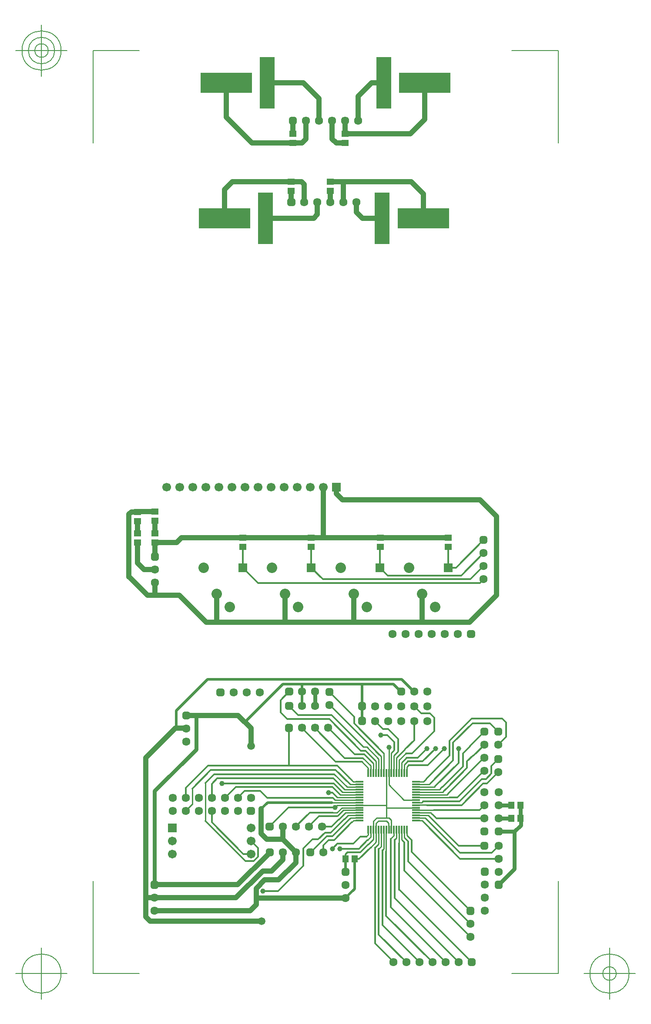
<source format=gbr>
G04 Generated by Ultiboard 10.1 *
%FSLAX25Y25*%
%MOIN*%

%ADD10C,0.03937*%
%ADD11C,0.02953*%
%ADD12C,0.01496*%
%ADD13C,0.01969*%
%ADD14C,0.01063*%
%ADD15C,0.01024*%
%ADD16C,0.00500*%
%ADD17C,0.03937*%
%ADD18C,0.05906*%
%ADD19C,0.06334*%
%ADD20R,0.02083X0.02083*%
%ADD21C,0.03917*%
%ADD22C,0.06693*%
%ADD23R,0.06693X0.06693*%
%ADD24R,0.05709X0.04528*%
%ADD25R,0.06700X0.06700*%
%ADD26C,0.06700*%
%ADD27R,0.06299X0.01181*%
%ADD28R,0.01181X0.06299*%
%ADD29R,0.04528X0.05709*%
%ADD30C,0.08000*%
%ADD31R,0.07000X0.07000*%
%ADD32R,0.39370X0.15748*%
%ADD33R,0.11811X0.39370*%


G04 ColorRGB 00FF00 for the following layer *
%LNCopper Top*%
%LPD*%
%FSLAX25Y25*%
%MOIN*%
G54D10*
X50Y312904D02*
X16151Y312904D01*
X-500Y302204D02*
X-500Y312922D01*
X-6239Y272631D02*
X18247Y272631D01*
X-500Y282204D02*
X-500Y272800D01*
X-500Y272800D02*
X-669Y272631D01*
X-13702Y336623D02*
X-618Y336623D01*
X-500Y329497D02*
X-500Y320009D01*
X-500Y292204D02*
X-8858Y292204D01*
X-700Y31470D02*
X72508Y31470D01*
X-787Y41181D02*
X-7463Y41181D01*
X0Y41181D02*
X61465Y41181D01*
X-4104Y23336D02*
X81175Y23336D01*
X0Y51181D02*
X62919Y51181D01*
X15320Y171091D02*
X-7581Y148191D01*
X-7581Y26812D02*
X-7581Y148191D01*
X-4104Y23336D02*
X-7581Y26812D01*
X-20343Y286635D02*
X-20343Y334609D01*
X-13912Y297258D02*
X-13912Y312988D01*
X-6239Y272631D02*
X-20293Y286685D01*
X-8858Y292204D02*
X-13912Y297258D01*
X-18578Y336373D02*
X-13952Y336373D01*
X-13952Y336373D02*
X-13702Y336623D01*
X-13768Y320219D02*
X-13768Y329143D01*
X-20343Y334609D02*
X-18578Y336373D01*
X261043Y332972D02*
X248454Y345560D01*
X240549Y252113D02*
X261043Y272607D01*
X38765Y252113D02*
X240549Y252113D01*
X151873Y273746D02*
X151873Y252231D01*
X46833Y273782D02*
X46833Y252271D01*
X99314Y273782D02*
X99314Y252310D01*
X204314Y273785D02*
X204314Y252153D01*
X18247Y272631D02*
X38765Y252113D01*
X145333Y40845D02*
X77182Y40845D01*
X82116Y61832D02*
X61465Y41181D01*
X86391Y74653D02*
X62919Y51181D01*
X107430Y68125D02*
X94235Y54930D01*
X88919Y61832D02*
X82116Y61832D01*
X97402Y70315D02*
X88919Y61832D01*
X94235Y54930D02*
X83604Y54930D01*
X72508Y31470D02*
X77082Y36045D01*
X83604Y54930D02*
X77082Y48409D01*
X77082Y36045D02*
X77082Y48409D01*
X97421Y85965D02*
X85235Y85965D01*
X96914Y76020D02*
X97316Y76023D01*
X97362Y95766D02*
X97362Y86024D01*
X97362Y86024D02*
X107402Y75984D01*
X97402Y75984D02*
X97402Y70315D01*
X80924Y109252D02*
X80924Y90276D01*
X85235Y85965D02*
X80924Y90276D01*
X107430Y76190D02*
X107430Y68125D01*
X73071Y170846D02*
X63283Y180634D01*
X23595Y180634D02*
X63283Y180634D01*
X24245Y170934D02*
X16304Y170934D01*
X73071Y157244D02*
X73071Y170846D01*
X66960Y316798D02*
X224235Y316798D01*
X128548Y355248D02*
X128548Y316798D01*
X19967Y316720D02*
X66881Y316720D01*
X16151Y312904D02*
X19967Y316720D01*
X66881Y316720D02*
X66960Y316798D01*
X143287Y345560D02*
X248454Y345560D01*
X151815Y273803D02*
X151873Y273746D01*
X138487Y350263D02*
X143172Y345578D01*
X138487Y355230D02*
X138487Y350263D01*
X138526Y355270D02*
X138487Y355230D01*
X261043Y272607D02*
X261043Y332972D01*
X125192Y652678D02*
X113152Y664718D01*
X125192Y635596D02*
X125192Y652678D01*
X123987Y563987D02*
X121161Y561161D01*
X123987Y573366D02*
X123987Y563987D01*
X105192Y635596D02*
X105192Y625635D01*
X73893Y618549D02*
X54090Y638352D01*
X115192Y621541D02*
X115192Y635596D01*
X58976Y589134D02*
X111772Y589134D01*
X52846Y583003D02*
X52846Y561161D01*
X58976Y589134D02*
X52846Y583003D01*
X121161Y561161D02*
X84342Y561161D01*
X73893Y618549D02*
X112200Y618549D01*
X111772Y589134D02*
X113987Y586918D01*
X103987Y573366D02*
X103987Y582036D01*
X113987Y573366D02*
X113987Y586918D01*
X115192Y621541D02*
X112200Y618549D01*
X54090Y638352D02*
X54090Y664718D01*
X113152Y664718D02*
X85586Y664718D01*
X135192Y635596D02*
X135192Y621738D01*
X145192Y635596D02*
X145192Y625675D01*
X195174Y625635D02*
X206294Y636756D01*
X145231Y625635D02*
X195174Y625635D01*
X133937Y589134D02*
X195748Y589134D01*
X153987Y565619D02*
X158445Y561161D01*
X153987Y573366D02*
X153987Y565619D01*
X158445Y561161D02*
X173554Y561161D01*
X143987Y573366D02*
X143987Y589083D01*
X133987Y573366D02*
X133987Y581997D01*
X138381Y618549D02*
X145231Y618549D01*
X135192Y621738D02*
X138381Y618549D01*
X205050Y579831D02*
X205050Y561161D01*
X195748Y589134D02*
X205050Y579831D01*
X155242Y654338D02*
X165622Y664718D01*
X155242Y635646D02*
X155242Y654338D01*
X165622Y664718D02*
X174798Y664718D01*
X206294Y636756D02*
X206294Y664718D01*
G54D11*
X-750Y51931D02*
X0Y51181D01*
X-750Y122938D02*
X31140Y154828D01*
X-750Y51931D02*
X-750Y122938D01*
X31140Y154828D02*
X31140Y180497D01*
X122323Y187915D02*
X122323Y198958D01*
X274882Y63313D02*
X274882Y91969D01*
X262756Y51187D02*
X274882Y63313D01*
X279764Y96831D02*
X274902Y91969D01*
X274902Y91969D02*
X262760Y91969D01*
X279764Y101772D02*
X279764Y96831D01*
X272480Y101890D02*
X262622Y101890D01*
X272480Y112008D02*
X262800Y112008D01*
X279567Y111929D02*
X279567Y101969D01*
G54D12*
X-7463Y41181D02*
X-7581Y41063D01*
X-13912Y320074D02*
X-13768Y320219D01*
X242126Y-8071D02*
X186525Y47530D01*
X183110Y40945D02*
X232126Y-8071D01*
X180202Y33853D02*
X222126Y-8071D01*
X176667Y27388D02*
X212126Y-8071D01*
X168167Y6168D02*
X182126Y-7792D01*
X170962Y13093D02*
X192126Y-8071D01*
X173857Y20198D02*
X202126Y-8071D01*
X182126Y-7792D02*
X182126Y-8071D01*
X215111Y101970D02*
X251940Y101970D01*
X248369Y282074D02*
X251125Y284830D01*
X251243Y294942D02*
X241170Y284869D01*
X251243Y304942D02*
X234052Y287751D01*
X251233Y314902D02*
X230097Y293767D01*
X257506Y75695D02*
X233084Y75695D01*
X251849Y111970D02*
X248067Y108189D01*
X251940Y111970D02*
X251849Y111970D01*
X251810Y148562D02*
X224114Y120867D01*
X243623Y150003D02*
X252382Y158762D01*
X240811Y157391D02*
X252432Y169012D01*
X265360Y178347D02*
X242074Y178347D01*
X256269Y174740D02*
X242735Y174740D01*
X251921Y80937D02*
X232192Y80937D01*
X250872Y128645D02*
X234353Y112126D01*
X250872Y128645D02*
X253793Y128645D01*
X249929Y132128D02*
X253031Y132128D01*
X257205Y136302D02*
X253031Y132128D01*
X262953Y71142D02*
X233255Y71142D01*
X249929Y132128D02*
X232934Y115133D01*
X253793Y128645D02*
X262589Y137441D01*
X251614Y138425D02*
X231260Y118071D01*
X251732Y138425D02*
X251614Y138425D01*
X137983Y139036D02*
X42317Y139036D01*
X44966Y135824D02*
X136732Y135824D01*
X136126Y132762D02*
X47297Y132762D01*
X50797Y128750D02*
X136398Y128750D01*
X137402Y110236D02*
X101726Y110236D01*
X137973Y145229D02*
X112045Y171157D01*
X144903Y148149D02*
X121795Y171257D01*
X100866Y177953D02*
X133053Y177953D01*
X131259Y88340D02*
X118810Y75891D01*
X85512Y117717D02*
X135724Y117717D01*
X135469Y125888D02*
X61422Y125888D01*
X124631Y85964D02*
X129802Y91135D01*
X40114Y142299D02*
X139136Y142299D01*
X124631Y85964D02*
X120140Y85964D01*
X139192Y103623D02*
X125319Y103623D01*
X125319Y103623D02*
X117262Y95566D01*
X134967Y95766D02*
X127362Y95766D01*
X109344Y181041D02*
X134825Y181041D01*
X135871Y106418D02*
X118037Y106418D01*
X28050Y124769D02*
X42317Y139036D01*
X40114Y142299D02*
X23083Y125268D01*
X23083Y117650D02*
X23083Y125268D01*
X43033Y128498D02*
X43033Y117398D01*
X61422Y125888D02*
X53133Y117598D01*
X68327Y123092D02*
X62833Y117598D01*
X38060Y99989D02*
X68861Y69188D01*
X67213Y74789D02*
X43083Y98919D01*
X23031Y107598D02*
X28050Y112617D01*
X43083Y98919D02*
X43083Y107160D01*
X113095Y65517D02*
X93827Y46248D01*
X82312Y46248D02*
X93827Y46248D01*
X101726Y110236D02*
X87362Y95872D01*
X87362Y95872D02*
X87362Y95772D01*
X78639Y72580D02*
X75247Y69188D01*
X78639Y79326D02*
X78639Y72580D01*
X78639Y79326D02*
X73161Y84803D01*
X75247Y69188D02*
X68861Y69188D01*
X67213Y74789D02*
X73116Y74789D01*
X80136Y123092D02*
X85512Y117717D01*
X68327Y123092D02*
X80136Y123092D01*
X118037Y106418D02*
X107262Y95643D01*
X120140Y85964D02*
X113095Y78920D01*
X113095Y65517D02*
X113095Y78920D01*
X118810Y75891D02*
X118360Y75891D01*
X47297Y132762D02*
X43033Y128498D01*
X38060Y128918D02*
X44966Y135824D01*
X95906Y192441D02*
X95906Y182913D01*
X102323Y188062D02*
X109344Y181041D01*
X95906Y182913D02*
X100866Y177953D01*
X102344Y170176D02*
X102344Y142399D01*
X102344Y170176D02*
X102244Y170276D01*
X102323Y198859D02*
X95906Y192441D01*
X222746Y124735D02*
X220984Y122974D01*
X238583Y140572D02*
X222805Y124794D01*
X219606Y125945D02*
X218543Y124882D01*
X235472Y141811D02*
X219724Y126063D01*
X232194Y144474D02*
X214291Y126571D01*
X190561Y61919D02*
X190561Y83545D01*
X241299Y11181D02*
X190561Y61919D01*
X186614Y47441D02*
X186614Y83039D01*
X183110Y85660D02*
X183110Y40945D01*
X180202Y86498D02*
X180202Y33853D01*
X176667Y27388D02*
X176667Y76683D01*
X168167Y79523D02*
X168167Y6168D01*
X170962Y78552D02*
X170962Y13093D01*
X173857Y77724D02*
X173857Y20198D01*
X155941Y70984D02*
X164685Y79728D01*
X155746Y78800D02*
X162296Y85350D01*
X156844Y88145D02*
X161474Y88145D01*
X151371Y82672D02*
X156844Y88145D01*
X156948Y76005D02*
X162898Y81955D01*
X146951Y76005D02*
X156948Y76005D01*
X141201Y78800D02*
X155746Y78800D01*
X152520Y70984D02*
X155941Y70984D01*
X134290Y91135D02*
X144535Y101381D01*
X134967Y95766D02*
X140143Y100941D01*
X148753Y101503D02*
X135591Y88340D01*
X136952Y85498D02*
X150326Y98873D01*
X141201Y78800D02*
X141024Y78622D01*
X139333Y82672D02*
X151371Y82672D01*
X128465Y75984D02*
X128465Y81442D01*
X135394Y78733D02*
X139333Y82672D01*
X135394Y78733D02*
X135394Y78583D01*
X129802Y91135D02*
X134290Y91135D01*
X135591Y88340D02*
X131259Y88340D01*
X132521Y85498D02*
X136952Y85498D01*
X128465Y81442D02*
X132521Y85498D01*
X145433Y74487D02*
X146951Y76005D01*
X145433Y70984D02*
X145433Y74487D01*
X132402Y121772D02*
X135441Y121772D01*
X150326Y98873D02*
X150326Y98948D01*
X162296Y85350D02*
X162396Y85350D01*
X241299Y21181D02*
X193356Y69124D01*
X241299Y31181D02*
X196151Y76329D01*
X233084Y75695D02*
X207209Y101570D01*
X213071Y108189D02*
X248067Y108189D01*
X232192Y80937D02*
X209841Y103287D01*
X234353Y112126D02*
X207861Y112126D01*
X232934Y115133D02*
X204983Y115133D01*
X233255Y71142D02*
X205151Y99246D01*
X193356Y69124D02*
X193356Y84482D01*
X196151Y76329D02*
X196151Y85434D01*
X215111Y101970D02*
X212042Y105040D01*
X209841Y103287D02*
X209691Y103287D01*
X231260Y118071D02*
X225207Y118071D01*
X133127Y198571D02*
X152087Y179611D01*
X133471Y188621D02*
X168877Y153215D01*
X133127Y188621D02*
X133471Y188621D01*
X158170Y145229D02*
X137973Y145229D01*
X158940Y148149D02*
X144903Y148149D01*
X159886Y150945D02*
X152608Y150945D01*
X152087Y174502D02*
X174764Y151825D01*
X157265Y153740D02*
X160818Y153740D01*
X133053Y177953D02*
X157265Y153740D01*
X134825Y181041D02*
X159331Y156535D01*
X152608Y150945D02*
X132195Y171357D01*
X139136Y142299D02*
X150582Y130853D01*
X137953Y139036D02*
X148440Y128549D01*
X152087Y179611D02*
X152087Y174502D01*
X182983Y154176D02*
X182983Y160286D01*
X185840Y162632D02*
X185840Y153342D01*
X168942Y153152D02*
X172030Y150064D01*
X177484Y165785D02*
X172584Y165785D01*
X178157Y170315D02*
X174246Y170315D01*
X174246Y170315D02*
X168080Y176480D01*
X182983Y160286D02*
X177484Y165785D01*
X185840Y162632D02*
X178157Y170315D01*
X203648Y182251D02*
X198080Y187819D01*
X225197Y149979D02*
X207403Y132185D01*
X227992Y146307D02*
X210449Y128764D01*
X208544Y142773D02*
X221120Y155349D01*
X198080Y161794D02*
X191264Y154978D01*
X213497Y168648D02*
X196675Y151826D01*
X193964Y142773D02*
X208544Y142773D01*
X204639Y145568D02*
X193062Y145568D01*
X214387Y155317D02*
X204639Y145568D01*
X207812Y155321D02*
X200855Y148364D01*
X200855Y148364D02*
X192080Y148364D01*
X191875Y151826D02*
X196675Y151826D01*
X203648Y182251D02*
X210167Y182251D01*
X198080Y176480D02*
X198080Y161794D01*
X213497Y178920D02*
X213497Y168648D01*
X210167Y182251D02*
X213497Y178920D01*
X240811Y156992D02*
X235472Y151654D01*
X240811Y157391D02*
X240811Y156992D01*
X225197Y161470D02*
X225197Y149979D01*
X227992Y159998D02*
X227992Y146307D01*
X235472Y151654D02*
X235472Y141811D01*
X232194Y155299D02*
X232194Y144474D01*
X238583Y145512D02*
X238583Y140572D01*
X243074Y150003D02*
X238583Y145512D01*
X243623Y150003D02*
X243074Y150003D01*
X242074Y178347D02*
X225197Y161470D01*
X242735Y174740D02*
X227992Y159998D01*
X78584Y282074D02*
X248369Y282074D01*
X119335Y293803D02*
X128190Y284948D01*
X66855Y293803D02*
X78584Y282074D01*
X66912Y293746D02*
X66912Y309747D01*
X66881Y309633D02*
X66842Y309594D01*
X119235Y309594D02*
X119235Y293803D01*
X119196Y309633D02*
X119235Y309594D01*
X128190Y284948D02*
X236873Y284948D01*
X177875Y287743D02*
X234044Y287743D01*
X171873Y309436D02*
X171873Y293803D01*
X172109Y309672D02*
X171873Y309436D01*
X171815Y293803D02*
X177875Y287743D01*
X236932Y284869D02*
X241170Y284869D01*
X224274Y309594D02*
X224274Y293803D01*
X224332Y293767D02*
X230097Y293767D01*
X224296Y293803D02*
X224332Y293767D01*
X224314Y309633D02*
X224274Y309594D01*
X262953Y81142D02*
X257506Y75695D01*
X272520Y111969D02*
X272480Y112008D01*
X272520Y101929D02*
X272480Y101890D01*
X262559Y158386D02*
X268356Y164183D01*
X257205Y141879D02*
X257205Y136302D01*
X262898Y147573D02*
X257205Y141879D01*
X268356Y175350D02*
X265360Y178347D01*
X268356Y164183D02*
X268356Y175350D01*
X262559Y168450D02*
X256269Y174740D01*
X145192Y625675D02*
X145231Y625635D01*
G54D13*
X85818Y114146D02*
X135035Y114146D01*
X39990Y208434D02*
X188369Y208434D01*
X182250Y204576D02*
X112323Y204576D01*
X85818Y114146D02*
X80924Y109252D01*
X15727Y184171D02*
X39990Y208434D01*
X15727Y171510D02*
X16304Y170934D01*
X15727Y171510D02*
X15727Y184171D01*
X97424Y204567D02*
X68777Y175919D01*
X112316Y198750D02*
X112316Y188242D01*
X112340Y204567D02*
X97424Y204567D01*
X112323Y198958D02*
X112323Y204576D01*
X152520Y70984D02*
X152520Y48031D01*
X145433Y60945D02*
X145433Y70984D01*
X152520Y48031D02*
X145333Y40845D01*
X188369Y208434D02*
X197858Y198945D01*
X187869Y198956D02*
X182250Y204576D01*
X158080Y187819D02*
X158080Y203737D01*
X158127Y176827D02*
X158127Y187669D01*
X279606Y111969D02*
X279567Y111929D01*
X279567Y101969D02*
X279764Y101772D01*
X143987Y589083D02*
X143937Y589134D01*
X133987Y581997D02*
X133937Y582047D01*
G54D14*
X28050Y112617D02*
X28050Y124769D01*
X38060Y128918D02*
X38060Y99989D01*
X23031Y117598D02*
X23083Y117650D01*
X102323Y198958D02*
X102323Y198859D01*
X176732Y102520D02*
X176732Y136732D01*
X190177Y116063D02*
X178701Y127539D01*
X199370Y125906D02*
X213626Y125906D01*
X214291Y126571D02*
X213626Y125906D01*
X219606Y125945D02*
X219724Y126063D01*
X217598Y123937D02*
X218543Y124882D01*
X222746Y124735D02*
X222805Y124794D01*
X136805Y135824D02*
X146723Y125906D01*
X146723Y125906D02*
X156063Y125906D01*
X144951Y123937D02*
X136126Y132762D01*
X136398Y128750D02*
X143179Y121969D01*
X141357Y120000D02*
X135469Y125888D01*
X176732Y110157D02*
X199370Y110157D01*
X199370Y116063D02*
X190177Y116063D01*
X188543Y85563D02*
X190561Y83545D01*
X188543Y85563D02*
X188543Y93425D01*
X145433Y40945D02*
X145433Y41053D01*
X156063Y112126D02*
X176654Y112126D01*
X156063Y114094D02*
X135087Y114094D01*
X137377Y116063D02*
X156063Y116063D01*
X139181Y118031D02*
X156063Y118031D01*
X156063Y112126D02*
X139330Y112126D01*
X156063Y120000D02*
X141357Y120000D01*
X156063Y110157D02*
X142748Y110157D01*
X143758Y108189D02*
X139596Y104026D01*
X142748Y110157D02*
X138994Y106404D01*
X145437Y106220D02*
X140157Y100941D01*
X139330Y112126D02*
X137459Y110255D01*
X135087Y114094D02*
X135035Y114146D01*
X137377Y116063D02*
X135724Y117717D01*
X139181Y118031D02*
X135441Y121772D01*
X156048Y100330D02*
X151708Y100330D01*
X156063Y102283D02*
X149553Y102283D01*
X148773Y101503D02*
X149553Y102283D01*
X156063Y104252D02*
X147360Y104252D01*
X156063Y108189D02*
X143758Y108189D01*
X156063Y106220D02*
X145437Y106220D01*
X147360Y104252D02*
X144535Y101428D01*
X151708Y100330D02*
X150326Y98948D01*
X156113Y112176D02*
X156063Y112126D01*
X144951Y123937D02*
X156063Y123937D01*
X156063Y121969D02*
X143179Y121969D01*
X180669Y93425D02*
X180669Y100504D01*
X168898Y98189D02*
X168898Y93465D01*
X178671Y98356D02*
X178671Y93455D01*
X170832Y93375D02*
X170782Y93425D01*
X166890Y93425D02*
X166890Y100015D01*
X162953Y89624D02*
X162953Y93425D01*
X164921Y87875D02*
X164921Y93425D01*
X166890Y85945D02*
X166890Y93425D01*
X176677Y74347D02*
X176677Y93370D01*
X168858Y83858D02*
X168858Y93425D01*
X170832Y93375D02*
X170832Y82189D01*
X172795Y80385D02*
X172795Y93425D01*
X174764Y78631D02*
X174764Y93425D01*
X186575Y83078D02*
X186575Y93425D01*
X182638Y88933D02*
X182638Y93425D01*
X184606Y87156D02*
X184606Y93425D01*
X172795Y80385D02*
X170962Y78552D01*
X174764Y78631D02*
X173857Y77724D01*
X168858Y83937D02*
X164685Y79764D01*
X170832Y82189D02*
X168167Y79523D01*
X162953Y89624D02*
X161474Y88145D01*
X162899Y81955D02*
X166890Y85945D01*
X164921Y87875D02*
X162396Y85350D01*
X182638Y88933D02*
X180202Y86498D01*
X184606Y87156D02*
X183110Y85660D01*
X176909Y100118D02*
X170827Y100118D01*
X178693Y102480D02*
X169356Y102480D01*
X170827Y100118D02*
X168898Y98189D01*
X169356Y102480D02*
X166890Y100015D01*
X178671Y98356D02*
X176909Y100118D01*
X180669Y100504D02*
X178693Y102480D01*
X199370Y121969D02*
X219979Y121969D01*
X199370Y120000D02*
X223228Y120000D01*
X219979Y121969D02*
X220984Y122974D01*
X199420Y118081D02*
X225233Y118081D01*
X192480Y89105D02*
X192480Y93425D01*
X190512Y87327D02*
X190512Y93425D01*
X192480Y89105D02*
X196151Y85434D01*
X190512Y87327D02*
X193356Y84482D01*
X199370Y100315D02*
X204082Y100315D01*
X199370Y123937D02*
X217598Y123937D01*
X199370Y102283D02*
X206496Y102283D01*
X204082Y100315D02*
X205151Y99246D01*
X203944Y114094D02*
X204983Y115133D01*
X199370Y114094D02*
X203944Y114094D01*
X199420Y112176D02*
X207811Y112176D01*
X199370Y108189D02*
X213071Y108189D01*
X199370Y106220D02*
X210755Y106220D01*
X199370Y104252D02*
X208726Y104252D01*
X199420Y112176D02*
X199370Y112126D01*
X199420Y118081D02*
X199370Y118031D01*
X206496Y102283D02*
X207209Y101570D01*
X210755Y106220D02*
X211501Y105474D01*
X208726Y104252D02*
X209691Y103287D01*
X207811Y112176D02*
X207861Y112126D01*
X223228Y120000D02*
X224114Y120867D01*
X188543Y144827D02*
X192080Y148364D01*
X188543Y136732D02*
X188543Y144827D01*
X191875Y151826D02*
X186575Y146526D01*
X184606Y148354D02*
X191230Y154978D01*
X162953Y140446D02*
X158170Y145229D01*
X156063Y129843D02*
X151518Y129843D01*
X151518Y129843D02*
X148011Y133349D01*
X156063Y127874D02*
X149145Y127874D01*
X149145Y127874D02*
X148440Y128549D01*
X178701Y127539D02*
X178701Y156575D01*
X170827Y147468D02*
X161759Y156535D01*
X161759Y156535D02*
X159331Y156535D01*
X172795Y149296D02*
X168877Y153215D01*
X172795Y136732D02*
X172795Y149296D01*
X162953Y136732D02*
X162953Y140446D01*
X164921Y136732D02*
X164921Y142168D01*
X166890Y136732D02*
X166890Y143941D01*
X168858Y136732D02*
X168858Y145700D01*
X164921Y142168D02*
X158940Y148149D01*
X170827Y136732D02*
X170827Y147468D01*
X166890Y143941D02*
X159886Y150945D01*
X160818Y153740D02*
X168858Y145700D01*
X186575Y136732D02*
X186575Y146526D01*
X182638Y136732D02*
X182638Y150139D01*
X180669Y136732D02*
X180669Y151862D01*
X184606Y136732D02*
X184606Y148354D01*
X174764Y136732D02*
X174764Y151825D01*
X182638Y150139D02*
X185840Y153342D01*
X180669Y151862D02*
X182983Y154176D01*
X199370Y129843D02*
X205060Y129843D01*
X207403Y132185D02*
X205060Y129843D01*
X199370Y127874D02*
X209559Y127874D01*
X192480Y136732D02*
X192480Y141290D01*
X190512Y136732D02*
X190512Y143018D01*
X192480Y141290D02*
X193964Y142773D01*
X193062Y145568D02*
X190512Y143018D01*
X209559Y127874D02*
X210449Y128764D01*
G54D15*
X138994Y106404D02*
X135885Y106404D01*
G54D16*
X-47973Y-16748D02*
X-47973Y53861D01*
X-47973Y-16748D02*
X-12340Y-16748D01*
X308357Y-16748D02*
X272724Y-16748D01*
X308357Y-16748D02*
X308357Y53861D01*
X308357Y689340D02*
X308357Y618731D01*
X308357Y689340D02*
X272724Y689340D01*
X-47973Y689340D02*
X-12340Y689340D01*
X-47973Y689340D02*
X-47973Y618731D01*
X-67658Y-16748D02*
X-107028Y-16748D01*
X-87343Y-36433D02*
X-87343Y2937D01*
X-102357Y-16748D02*
G75*
D01*
G02X-102357Y-16748I15014J0*
G01*
X328043Y-16748D02*
X367413Y-16748D01*
X347728Y-36433D02*
X347728Y2937D01*
X332714Y-16748D02*
G75*
D01*
G02X332714Y-16748I15014J0*
G01*
X342556Y-16748D02*
G75*
D01*
G02X342556Y-16748I5171J0*
G01*
X-67658Y689340D02*
X-107028Y689340D01*
X-87343Y669655D02*
X-87343Y709025D01*
X-102357Y689340D02*
G75*
D01*
G02X-102357Y689340I15014J0*
G01*
X-97436Y689340D02*
G75*
D01*
G02X-97436Y689340I10093J0*
G01*
X-92515Y689340D02*
G75*
D01*
G02X-92515Y689340I5171J0*
G01*
G54D17*
X50748Y128701D03*
X82323Y46220D03*
X141024Y78622D03*
X135394Y78583D03*
X137402Y110236D03*
X132402Y121772D03*
X178740Y156417D03*
X172638Y165709D03*
X221159Y155349D03*
X214387Y155349D03*
X207812Y155349D03*
X232244Y155349D03*
X262800Y112008D03*
G54D18*
X81063Y23346D03*
X73110Y157244D03*
G54D19*
X-787Y41181D03*
X-787Y31181D03*
X-500Y292204D03*
X-500Y282204D03*
X192126Y-8071D03*
X182126Y-8071D03*
X222126Y-8071D03*
X202126Y-8071D03*
X212126Y-8071D03*
X232126Y-8071D03*
X251940Y111970D03*
X251940Y101970D03*
X251940Y121970D03*
X252126Y31181D03*
X252126Y41181D03*
X252126Y51181D03*
X251732Y138425D03*
X251732Y158425D03*
X251732Y148425D03*
X251243Y284942D03*
X251243Y294942D03*
X251243Y304942D03*
X191676Y242940D03*
X181676Y242940D03*
X221676Y242940D03*
X201676Y242940D03*
X211676Y242940D03*
X231676Y242940D03*
X145433Y40945D03*
X145433Y50945D03*
X128465Y75984D03*
X122323Y188092D03*
X112323Y188092D03*
X112323Y198958D03*
X122323Y198958D03*
X112165Y171181D03*
X122165Y171181D03*
X132165Y171181D03*
X127362Y95766D03*
X97362Y95766D03*
X107362Y95766D03*
X117362Y95766D03*
X63031Y107598D03*
X63031Y117598D03*
X33031Y107598D03*
X33031Y117598D03*
X13031Y107598D03*
X13031Y117598D03*
X23031Y107598D03*
X23031Y117598D03*
X43031Y107598D03*
X43031Y117598D03*
X53031Y107598D03*
X53031Y117598D03*
X73031Y117598D03*
X97402Y75984D03*
X107402Y75984D03*
X59682Y198361D03*
X79682Y198361D03*
X69682Y198361D03*
X23595Y160634D03*
X23595Y170634D03*
X241299Y11181D03*
X241299Y21181D03*
X198110Y198898D03*
X208110Y198898D03*
X188080Y187819D03*
X178080Y187819D03*
X168080Y187819D03*
X198080Y187819D03*
X208080Y187819D03*
X188080Y176480D03*
X168080Y176480D03*
X178080Y176480D03*
X198080Y176480D03*
X208080Y176480D03*
X133127Y188621D03*
X262767Y111970D03*
X262767Y101970D03*
X262767Y121970D03*
X262953Y61142D03*
X262953Y81142D03*
X262953Y71142D03*
X262559Y158386D03*
X262559Y137441D03*
X123987Y573366D03*
X113987Y573366D03*
X143987Y573366D03*
X133987Y573366D03*
X153987Y573366D03*
X125192Y635596D03*
X115192Y635596D03*
X155192Y635596D03*
X135192Y635596D03*
X145192Y635596D03*
G54D20*
X-787Y51181D03*
X-500Y302204D03*
X242126Y-8071D03*
X251940Y91970D03*
X251929Y80945D03*
X252126Y61181D03*
X251732Y168425D03*
X251243Y314942D03*
X241676Y242940D03*
X145433Y60945D03*
X118465Y75984D03*
X102323Y188092D03*
X102323Y198958D03*
X102165Y171181D03*
X87362Y95766D03*
X73031Y107598D03*
X87402Y75984D03*
X49682Y198361D03*
X23595Y180634D03*
X241299Y31181D03*
X188110Y198898D03*
X158080Y187819D03*
X158080Y176480D03*
X133127Y198621D03*
X262767Y91970D03*
X262953Y51142D03*
X262559Y168386D03*
X262559Y147441D03*
X103987Y573366D03*
X105192Y635596D03*
G54D21*
X-1828Y50140D02*
X254Y50140D01*
X254Y52222D01*
X-1828Y52222D01*
X-1828Y50140D01*D02*
X-1541Y301163D02*
X541Y301163D01*
X541Y303245D01*
X-1541Y303245D01*
X-1541Y301163D01*D02*
X241085Y-9112D02*
X243167Y-9112D01*
X243167Y-7030D01*
X241085Y-7030D01*
X241085Y-9112D01*D02*
X250899Y90929D02*
X252981Y90929D01*
X252981Y93011D01*
X250899Y93011D01*
X250899Y90929D01*D02*
X250888Y79904D02*
X252970Y79904D01*
X252970Y81986D01*
X250888Y81986D01*
X250888Y79904D01*D02*
X251085Y60140D02*
X253167Y60140D01*
X253167Y62222D01*
X251085Y62222D01*
X251085Y60140D01*D02*
X250691Y167384D02*
X252773Y167384D01*
X252773Y169466D01*
X250691Y169466D01*
X250691Y167384D01*D02*
X250202Y313901D02*
X252284Y313901D01*
X252284Y315983D01*
X250202Y315983D01*
X250202Y313901D01*D02*
X240635Y241899D02*
X242717Y241899D01*
X242717Y243981D01*
X240635Y243981D01*
X240635Y241899D01*D02*
X144392Y59904D02*
X146474Y59904D01*
X146474Y61986D01*
X144392Y61986D01*
X144392Y59904D01*D02*
X117424Y74943D02*
X119506Y74943D01*
X119506Y77025D01*
X117424Y77025D01*
X117424Y74943D01*D02*
X101282Y187051D02*
X103364Y187051D01*
X103364Y189133D01*
X101282Y189133D01*
X101282Y187051D01*D02*
X101282Y197917D02*
X103364Y197917D01*
X103364Y199999D01*
X101282Y199999D01*
X101282Y197917D01*D02*
X101124Y170140D02*
X103206Y170140D01*
X103206Y172222D01*
X101124Y172222D01*
X101124Y170140D01*D02*
X86321Y94725D02*
X88403Y94725D01*
X88403Y96807D01*
X86321Y96807D01*
X86321Y94725D01*D02*
X71990Y106557D02*
X74072Y106557D01*
X74072Y108639D01*
X71990Y108639D01*
X71990Y106557D01*D02*
X86361Y74943D02*
X88443Y74943D01*
X88443Y77025D01*
X86361Y77025D01*
X86361Y74943D01*D02*
X48641Y197320D02*
X50723Y197320D01*
X50723Y199402D01*
X48641Y199402D01*
X48641Y197320D01*D02*
X22554Y179593D02*
X24636Y179593D01*
X24636Y181675D01*
X22554Y181675D01*
X22554Y179593D01*D02*
X240258Y30140D02*
X242340Y30140D01*
X242340Y32222D01*
X240258Y32222D01*
X240258Y30140D01*D02*
X187069Y197857D02*
X189151Y197857D01*
X189151Y199939D01*
X187069Y199939D01*
X187069Y197857D01*D02*
X157039Y186778D02*
X159121Y186778D01*
X159121Y188860D01*
X157039Y188860D01*
X157039Y186778D01*D02*
X157039Y175439D02*
X159121Y175439D01*
X159121Y177521D01*
X157039Y177521D01*
X157039Y175439D01*D02*
X132086Y197580D02*
X134168Y197580D01*
X134168Y199662D01*
X132086Y199662D01*
X132086Y197580D01*D02*
X261726Y90929D02*
X263808Y90929D01*
X263808Y93011D01*
X261726Y93011D01*
X261726Y90929D01*D02*
X261912Y50101D02*
X263994Y50101D01*
X263994Y52183D01*
X261912Y52183D01*
X261912Y50101D01*D02*
X261518Y167345D02*
X263600Y167345D01*
X263600Y169427D01*
X261518Y169427D01*
X261518Y167345D01*D02*
X261518Y146400D02*
X263600Y146400D01*
X263600Y148482D01*
X261518Y148482D01*
X261518Y146400D01*D02*
X102946Y572325D02*
X105028Y572325D01*
X105028Y574407D01*
X102946Y574407D01*
X102946Y572325D01*D02*
X104151Y634555D02*
X106233Y634555D01*
X106233Y636637D01*
X104151Y636637D01*
X104151Y634555D01*D02*
G54D22*
X128526Y355270D03*
X28526Y355270D03*
X18526Y355270D03*
X8526Y355270D03*
X48526Y355270D03*
X38526Y355270D03*
X58526Y355270D03*
X78526Y355270D03*
X68526Y355270D03*
X88526Y355270D03*
X108526Y355270D03*
X98526Y355270D03*
X118526Y355270D03*
G54D23*
X138526Y355270D03*
G54D24*
X-500Y320009D03*
X-500Y312922D03*
X-461Y329537D03*
X-461Y336623D03*
X-13912Y312988D03*
X-13912Y320074D03*
X-13912Y329326D03*
X-13912Y336413D03*
X66881Y316720D03*
X66881Y309633D03*
X119196Y316720D03*
X119196Y309633D03*
X172109Y316759D03*
X172109Y309672D03*
X224314Y316720D03*
X224314Y309633D03*
X103976Y582047D03*
X103976Y589134D03*
X105192Y618549D03*
X105192Y625635D03*
X133937Y582047D03*
X133937Y589134D03*
X145231Y625635D03*
X145231Y618549D03*
G54D25*
X12992Y94803D03*
G54D26*
X12992Y74803D03*
X12992Y84803D03*
X73130Y94803D03*
X73130Y74803D03*
X73130Y84803D03*
G54D27*
X156063Y125906D03*
X199370Y125906D03*
X156063Y100315D03*
X156063Y123937D03*
X156063Y110157D03*
X156063Y102283D03*
X156063Y108189D03*
X156063Y106220D03*
X156063Y104252D03*
X156063Y118031D03*
X156063Y116063D03*
X156063Y114094D03*
X156063Y121969D03*
X156063Y120000D03*
X156063Y112126D03*
X199370Y110157D03*
X199370Y108189D03*
X199370Y102283D03*
X199370Y100315D03*
X199370Y104252D03*
X199370Y106220D03*
X199370Y123937D03*
X199370Y116063D03*
X199370Y118031D03*
X199370Y112126D03*
X199370Y114094D03*
X199370Y120000D03*
X199370Y121969D03*
X156063Y129843D03*
X156063Y127874D03*
X199370Y127874D03*
X199370Y129843D03*
G54D28*
X188543Y93425D03*
X180669Y93425D03*
X164921Y93425D03*
X162953Y93425D03*
X168858Y93425D03*
X166890Y93425D03*
X172795Y93425D03*
X174764Y93425D03*
X178701Y93425D03*
X176732Y93425D03*
X170827Y93425D03*
X184606Y93425D03*
X182638Y93425D03*
X186575Y93425D03*
X190512Y93425D03*
X192480Y93425D03*
X188543Y136732D03*
X172795Y136732D03*
X164921Y136732D03*
X162953Y136732D03*
X166890Y136732D03*
X168858Y136732D03*
X170827Y136732D03*
X180669Y136732D03*
X174764Y136732D03*
X176732Y136732D03*
X178701Y136732D03*
X184606Y136732D03*
X182638Y136732D03*
X186575Y136732D03*
X190512Y136732D03*
X192480Y136732D03*
G54D29*
X152520Y70984D03*
X145433Y70984D03*
X279606Y101929D03*
X272520Y101929D03*
X279606Y111969D03*
X272520Y111969D03*
G54D30*
X99335Y273803D03*
X89335Y293803D03*
X109335Y263803D03*
X46855Y273803D03*
X56855Y263803D03*
X36855Y293803D03*
X204296Y273803D03*
X214296Y263803D03*
X194296Y293803D03*
X151815Y273803D03*
X141815Y293803D03*
X161815Y263803D03*
G54D31*
X119335Y293803D03*
X66855Y293803D03*
X224296Y293803D03*
X171815Y293803D03*
G54D32*
X52846Y561161D03*
X54090Y664718D03*
X205050Y561161D03*
X206294Y664718D03*
G54D33*
X84342Y561161D03*
X85586Y664718D03*
X173554Y561161D03*
X174798Y664718D03*

M00*

</source>
